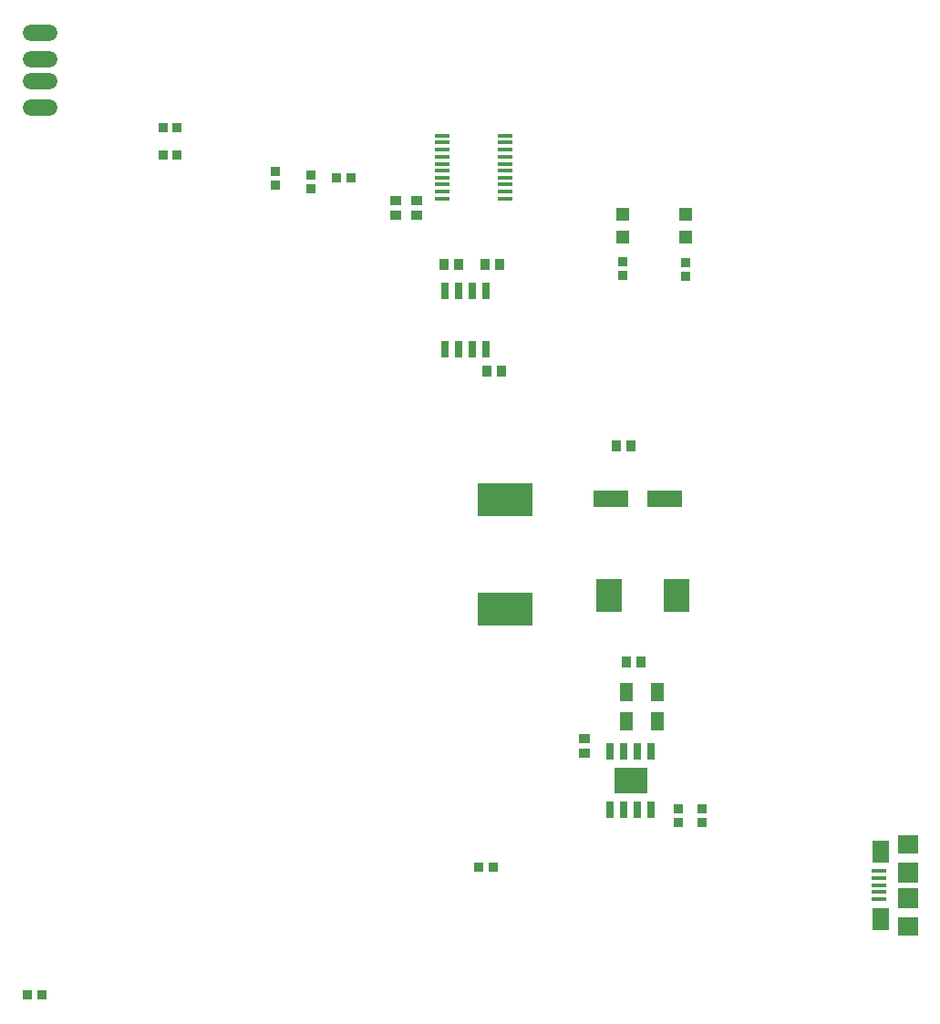
<source format=gtp>
%FSTAX23Y23*%
%MOIN*%
%SFA1B1*%

%IPPOS*%
%ADD14R,0.096460X0.124020*%
%ADD15R,0.025590X0.059060*%
%ADD16R,0.058070X0.017720*%
%ADD17R,0.200790X0.124020*%
%ADD18R,0.053150X0.015750*%
%ADD19R,0.062990X0.082680*%
%ADD20R,0.074800X0.070870*%
%ADD21R,0.074800X0.074800*%
%ADD22O,0.127950X0.059060*%
%ADD23R,0.122050X0.094490*%
%ADD24R,0.037400X0.033470*%
%ADD25R,0.047240X0.047240*%
%ADD26R,0.033470X0.037400*%
%ADD27R,0.125980X0.062990*%
%ADD28R,0.035430X0.039370*%
%ADD29R,0.039370X0.035430*%
%ADD30R,0.051180X0.070870*%
%ADD31R,0.025590X0.060040*%
%LNmainpcb-1*%
%LPD*%
G54D14*
X02885Y0161D03*
X02641D03*
G54D15*
X0219Y02721D03*
X0214D03*
X0209D03*
X0204D03*
Y02508D03*
X0209D03*
X0214D03*
X0219D03*
G54D16*
X0226Y03059D03*
Y03085D03*
Y03111D03*
Y03136D03*
Y03162D03*
Y03187D03*
Y03213D03*
Y03238D03*
Y03264D03*
Y0329D03*
X02029D03*
Y03264D03*
Y03238D03*
Y03213D03*
Y03187D03*
Y03162D03*
Y03136D03*
Y03111D03*
Y03085D03*
Y03059D03*
G54D17*
X0226Y01559D03*
Y0196D03*
G54D18*
X03627Y00498D03*
Y00524D03*
Y0055D03*
Y00575D03*
Y00601D03*
G54D19*
X03632Y00427D03*
Y00672D03*
G54D20*
X03732Y004D03*
Y00699D03*
G54D21*
X03732Y00502D03*
Y00597D03*
G54D22*
X00559Y03392D03*
Y03667D03*
Y0349D03*
Y03569D03*
G54D23*
X02719Y00931D03*
G54D24*
X0292Y02825D03*
Y02774D03*
X0269Y0283D03*
Y02779D03*
X02894Y00779D03*
Y0083D03*
X0298D03*
Y00779D03*
X0155Y03145D03*
Y03094D03*
X0142Y0316D03*
Y03109D03*
G54D25*
X0292Y02918D03*
Y03001D03*
X0269D03*
Y02918D03*
G54D26*
X01009Y0322D03*
X0106D03*
Y0332D03*
X01009D03*
X00565Y0015D03*
X00514D03*
X02164Y00615D03*
X02215D03*
X01695Y03135D03*
X01644D03*
G54D27*
X02645Y01963D03*
X02842D03*
G54D28*
X02668Y02155D03*
X02721D03*
X02703Y01365D03*
X02756D03*
X02188Y0282D03*
X02241D03*
X02193Y0243D03*
X02246D03*
X02038Y0282D03*
X02091D03*
G54D29*
X0255Y01033D03*
Y01086D03*
X01935Y03051D03*
Y02998D03*
X0186Y03051D03*
Y02998D03*
G54D30*
X02817Y01255D03*
X02702D03*
X02817Y0115D03*
X02702D03*
G54D31*
X02644Y01038D03*
X02694D03*
X02744D03*
X02794D03*
Y00825D03*
X02744D03*
X02694D03*
X02644D03*
M02*
</source>
